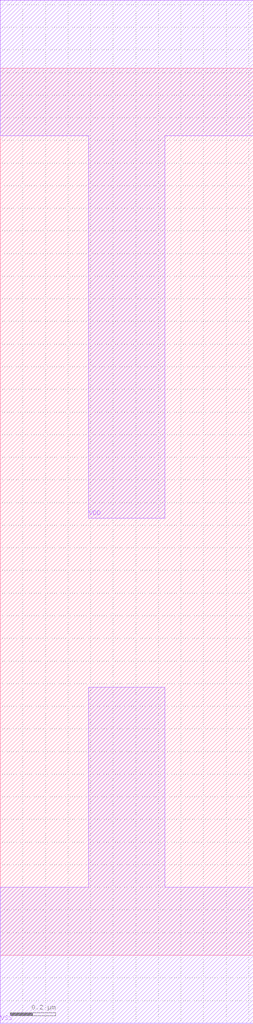
<source format=lef>
# Copyright 2022 GlobalFoundries PDK Authors
#
# Licensed under the Apache License, Version 2.0 (the "License");
# you may not use this file except in compliance with the License.
# You may obtain a copy of the License at
#
#      http://www.apache.org/licenses/LICENSE-2.0
#
# Unless required by applicable law or agreed to in writing, software
# distributed under the License is distributed on an "AS IS" BASIS,
# WITHOUT WARRANTIES OR CONDITIONS OF ANY KIND, either express or implied.
# See the License for the specific language governing permissions and
# limitations under the License.

MACRO gf180mcu_fd_sc_mcu7t5v0__filltie
  CLASS core WELLTAP ;
  FOREIGN gf180mcu_fd_sc_mcu7t5v0__filltie 0.0 0.0 ;
  ORIGIN 0 0 ;
  SYMMETRY X Y ;
  SITE GF018hv5v_mcu_sc7 ;
  SIZE 1.12 BY 3.92 ;
  PIN VDD
    DIRECTION INOUT ;
    USE power ;
    SHAPE ABUTMENT ;
    PORT
      LAYER METAL1 ;
        POLYGON 0 3.62 0.39 3.62 0.39 1.93 0.73 1.93 0.73 3.62 1.12 3.62 1.12 4.22 0 4.22  ;
    END
  END VDD
  PIN VSS
    DIRECTION INOUT ;
    USE ground ;
    SHAPE ABUTMENT ;
    PORT
      LAYER METAL1 ;
        POLYGON 0 -0.3 1.12 -0.3 1.12 0.3 0.73 0.3 0.73 1.185 0.39 1.185 0.39 0.3 0 0.3  ;
    END
  END VSS
END gf180mcu_fd_sc_mcu7t5v0__filltie

</source>
